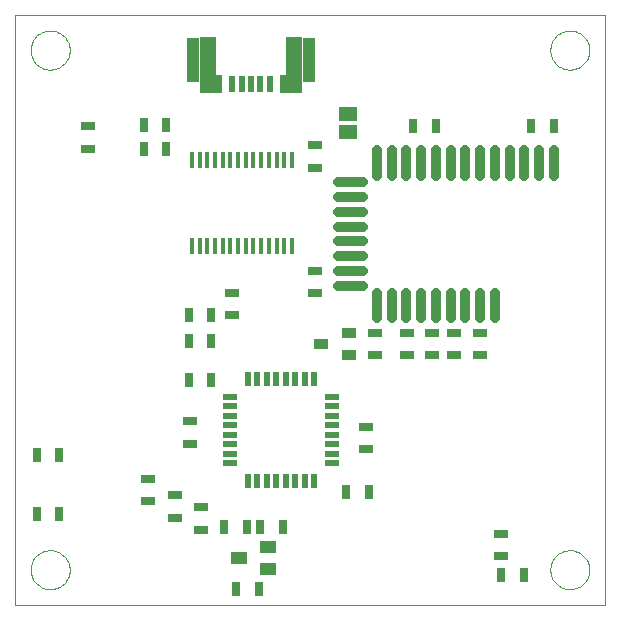
<source format=gtp>
G75*
G70*
%OFA0B0*%
%FSLAX24Y24*%
%IPPOS*%
%LPD*%
%AMOC8*
5,1,8,0,0,1.08239X$1,22.5*
%
%ADD10C,0.0000*%
%ADD11R,0.0500X0.0220*%
%ADD12R,0.0220X0.0500*%
%ADD13R,0.0276X0.0453*%
%ADD14R,0.0453X0.0276*%
%ADD15R,0.0551X0.0394*%
%ADD16C,0.0335*%
%ADD17R,0.0197X0.0551*%
%ADD18R,0.0197X0.0591*%
%ADD19R,0.0551X0.1850*%
%ADD20R,0.0433X0.1496*%
%ADD21R,0.0630X0.0460*%
%ADD22R,0.0137X0.0550*%
%ADD23R,0.0472X0.0354*%
D10*
X000350Y000677D02*
X000350Y020362D01*
X020035Y020362D01*
X020035Y000677D01*
X000350Y000677D01*
X000881Y001858D02*
X000883Y001908D01*
X000889Y001958D01*
X000899Y002008D01*
X000912Y002056D01*
X000929Y002104D01*
X000950Y002150D01*
X000974Y002194D01*
X001002Y002236D01*
X001033Y002276D01*
X001067Y002313D01*
X001104Y002348D01*
X001143Y002379D01*
X001184Y002408D01*
X001228Y002433D01*
X001274Y002455D01*
X001321Y002473D01*
X001369Y002487D01*
X001418Y002498D01*
X001468Y002505D01*
X001518Y002508D01*
X001569Y002507D01*
X001619Y002502D01*
X001669Y002493D01*
X001717Y002481D01*
X001765Y002464D01*
X001811Y002444D01*
X001856Y002421D01*
X001899Y002394D01*
X001939Y002364D01*
X001977Y002331D01*
X002012Y002295D01*
X002045Y002256D01*
X002074Y002215D01*
X002100Y002172D01*
X002123Y002127D01*
X002142Y002080D01*
X002157Y002032D01*
X002169Y001983D01*
X002177Y001933D01*
X002181Y001883D01*
X002181Y001833D01*
X002177Y001783D01*
X002169Y001733D01*
X002157Y001684D01*
X002142Y001636D01*
X002123Y001589D01*
X002100Y001544D01*
X002074Y001501D01*
X002045Y001460D01*
X002012Y001421D01*
X001977Y001385D01*
X001939Y001352D01*
X001899Y001322D01*
X001856Y001295D01*
X001811Y001272D01*
X001765Y001252D01*
X001717Y001235D01*
X001669Y001223D01*
X001619Y001214D01*
X001569Y001209D01*
X001518Y001208D01*
X001468Y001211D01*
X001418Y001218D01*
X001369Y001229D01*
X001321Y001243D01*
X001274Y001261D01*
X001228Y001283D01*
X001184Y001308D01*
X001143Y001337D01*
X001104Y001368D01*
X001067Y001403D01*
X001033Y001440D01*
X001002Y001480D01*
X000974Y001522D01*
X000950Y001566D01*
X000929Y001612D01*
X000912Y001660D01*
X000899Y001708D01*
X000889Y001758D01*
X000883Y001808D01*
X000881Y001858D01*
X000881Y019181D02*
X000883Y019231D01*
X000889Y019281D01*
X000899Y019331D01*
X000912Y019379D01*
X000929Y019427D01*
X000950Y019473D01*
X000974Y019517D01*
X001002Y019559D01*
X001033Y019599D01*
X001067Y019636D01*
X001104Y019671D01*
X001143Y019702D01*
X001184Y019731D01*
X001228Y019756D01*
X001274Y019778D01*
X001321Y019796D01*
X001369Y019810D01*
X001418Y019821D01*
X001468Y019828D01*
X001518Y019831D01*
X001569Y019830D01*
X001619Y019825D01*
X001669Y019816D01*
X001717Y019804D01*
X001765Y019787D01*
X001811Y019767D01*
X001856Y019744D01*
X001899Y019717D01*
X001939Y019687D01*
X001977Y019654D01*
X002012Y019618D01*
X002045Y019579D01*
X002074Y019538D01*
X002100Y019495D01*
X002123Y019450D01*
X002142Y019403D01*
X002157Y019355D01*
X002169Y019306D01*
X002177Y019256D01*
X002181Y019206D01*
X002181Y019156D01*
X002177Y019106D01*
X002169Y019056D01*
X002157Y019007D01*
X002142Y018959D01*
X002123Y018912D01*
X002100Y018867D01*
X002074Y018824D01*
X002045Y018783D01*
X002012Y018744D01*
X001977Y018708D01*
X001939Y018675D01*
X001899Y018645D01*
X001856Y018618D01*
X001811Y018595D01*
X001765Y018575D01*
X001717Y018558D01*
X001669Y018546D01*
X001619Y018537D01*
X001569Y018532D01*
X001518Y018531D01*
X001468Y018534D01*
X001418Y018541D01*
X001369Y018552D01*
X001321Y018566D01*
X001274Y018584D01*
X001228Y018606D01*
X001184Y018631D01*
X001143Y018660D01*
X001104Y018691D01*
X001067Y018726D01*
X001033Y018763D01*
X001002Y018803D01*
X000974Y018845D01*
X000950Y018889D01*
X000929Y018935D01*
X000912Y018983D01*
X000899Y019031D01*
X000889Y019081D01*
X000883Y019131D01*
X000881Y019181D01*
X018204Y019181D02*
X018206Y019231D01*
X018212Y019281D01*
X018222Y019331D01*
X018235Y019379D01*
X018252Y019427D01*
X018273Y019473D01*
X018297Y019517D01*
X018325Y019559D01*
X018356Y019599D01*
X018390Y019636D01*
X018427Y019671D01*
X018466Y019702D01*
X018507Y019731D01*
X018551Y019756D01*
X018597Y019778D01*
X018644Y019796D01*
X018692Y019810D01*
X018741Y019821D01*
X018791Y019828D01*
X018841Y019831D01*
X018892Y019830D01*
X018942Y019825D01*
X018992Y019816D01*
X019040Y019804D01*
X019088Y019787D01*
X019134Y019767D01*
X019179Y019744D01*
X019222Y019717D01*
X019262Y019687D01*
X019300Y019654D01*
X019335Y019618D01*
X019368Y019579D01*
X019397Y019538D01*
X019423Y019495D01*
X019446Y019450D01*
X019465Y019403D01*
X019480Y019355D01*
X019492Y019306D01*
X019500Y019256D01*
X019504Y019206D01*
X019504Y019156D01*
X019500Y019106D01*
X019492Y019056D01*
X019480Y019007D01*
X019465Y018959D01*
X019446Y018912D01*
X019423Y018867D01*
X019397Y018824D01*
X019368Y018783D01*
X019335Y018744D01*
X019300Y018708D01*
X019262Y018675D01*
X019222Y018645D01*
X019179Y018618D01*
X019134Y018595D01*
X019088Y018575D01*
X019040Y018558D01*
X018992Y018546D01*
X018942Y018537D01*
X018892Y018532D01*
X018841Y018531D01*
X018791Y018534D01*
X018741Y018541D01*
X018692Y018552D01*
X018644Y018566D01*
X018597Y018584D01*
X018551Y018606D01*
X018507Y018631D01*
X018466Y018660D01*
X018427Y018691D01*
X018390Y018726D01*
X018356Y018763D01*
X018325Y018803D01*
X018297Y018845D01*
X018273Y018889D01*
X018252Y018935D01*
X018235Y018983D01*
X018222Y019031D01*
X018212Y019081D01*
X018206Y019131D01*
X018204Y019181D01*
X018204Y001858D02*
X018206Y001908D01*
X018212Y001958D01*
X018222Y002008D01*
X018235Y002056D01*
X018252Y002104D01*
X018273Y002150D01*
X018297Y002194D01*
X018325Y002236D01*
X018356Y002276D01*
X018390Y002313D01*
X018427Y002348D01*
X018466Y002379D01*
X018507Y002408D01*
X018551Y002433D01*
X018597Y002455D01*
X018644Y002473D01*
X018692Y002487D01*
X018741Y002498D01*
X018791Y002505D01*
X018841Y002508D01*
X018892Y002507D01*
X018942Y002502D01*
X018992Y002493D01*
X019040Y002481D01*
X019088Y002464D01*
X019134Y002444D01*
X019179Y002421D01*
X019222Y002394D01*
X019262Y002364D01*
X019300Y002331D01*
X019335Y002295D01*
X019368Y002256D01*
X019397Y002215D01*
X019423Y002172D01*
X019446Y002127D01*
X019465Y002080D01*
X019480Y002032D01*
X019492Y001983D01*
X019500Y001933D01*
X019504Y001883D01*
X019504Y001833D01*
X019500Y001783D01*
X019492Y001733D01*
X019480Y001684D01*
X019465Y001636D01*
X019446Y001589D01*
X019423Y001544D01*
X019397Y001501D01*
X019368Y001460D01*
X019335Y001421D01*
X019300Y001385D01*
X019262Y001352D01*
X019222Y001322D01*
X019179Y001295D01*
X019134Y001272D01*
X019088Y001252D01*
X019040Y001235D01*
X018992Y001223D01*
X018942Y001214D01*
X018892Y001209D01*
X018841Y001208D01*
X018791Y001211D01*
X018741Y001218D01*
X018692Y001229D01*
X018644Y001243D01*
X018597Y001261D01*
X018551Y001283D01*
X018507Y001308D01*
X018466Y001337D01*
X018427Y001368D01*
X018390Y001403D01*
X018356Y001440D01*
X018325Y001480D01*
X018297Y001522D01*
X018273Y001566D01*
X018252Y001612D01*
X018235Y001660D01*
X018222Y001708D01*
X018212Y001758D01*
X018206Y001808D01*
X018204Y001858D01*
D11*
X010915Y005418D03*
X010915Y005733D03*
X010915Y006048D03*
X010915Y006363D03*
X010915Y006678D03*
X010915Y006993D03*
X010915Y007308D03*
X010915Y007623D03*
X007535Y007623D03*
X007535Y007308D03*
X007535Y006993D03*
X007535Y006678D03*
X007535Y006363D03*
X007535Y006048D03*
X007535Y005733D03*
X007535Y005418D03*
D12*
X008122Y004830D03*
X008437Y004830D03*
X008752Y004830D03*
X009067Y004830D03*
X009382Y004830D03*
X009697Y004830D03*
X010012Y004830D03*
X010327Y004830D03*
X010327Y008210D03*
X010012Y008210D03*
X009697Y008210D03*
X009382Y008210D03*
X009067Y008210D03*
X008752Y008210D03*
X008437Y008210D03*
X008122Y008210D03*
D13*
X006905Y008197D03*
X006157Y008197D03*
X006157Y009496D03*
X006905Y009496D03*
X006905Y010352D03*
X006157Y010352D03*
X001826Y005677D03*
X001078Y005677D03*
X001078Y003708D03*
X001826Y003708D03*
X007338Y003290D03*
X008086Y003290D03*
X008529Y003288D03*
X009277Y003288D03*
X008480Y001228D03*
X007732Y001228D03*
X011393Y004456D03*
X012141Y004456D03*
X016570Y001681D03*
X017319Y001681D03*
X005404Y015874D03*
X004656Y015874D03*
X004657Y016699D03*
X005405Y016699D03*
X013637Y016656D03*
X014385Y016656D03*
X017574Y016661D03*
X018322Y016661D03*
D14*
X015862Y009752D03*
X015862Y009004D03*
X014996Y009004D03*
X014996Y009752D03*
X014248Y009752D03*
X014248Y009004D03*
X013421Y009004D03*
X013421Y009752D03*
X012358Y009752D03*
X012358Y009004D03*
X010350Y011071D03*
X010350Y011819D03*
X007594Y011090D03*
X007594Y010342D03*
X006196Y006804D03*
X006196Y006056D03*
X004799Y004890D03*
X004799Y004142D03*
X005704Y004338D03*
X005704Y003590D03*
X006551Y003945D03*
X006551Y003197D03*
X012063Y005874D03*
X012063Y006622D03*
X016574Y003052D03*
X016574Y002304D03*
X010350Y015264D03*
X010350Y016012D03*
X002781Y015894D03*
X002781Y016642D03*
D15*
X008775Y002626D03*
X008775Y001878D03*
X007830Y002252D03*
D16*
X012417Y010254D02*
X012417Y010254D01*
X012417Y011100D01*
X012417Y011100D01*
X012417Y010254D01*
X012417Y010588D02*
X012417Y010588D01*
X012417Y010922D02*
X012417Y010922D01*
X012909Y010254D02*
X012909Y010254D01*
X012909Y011100D01*
X012909Y011100D01*
X012909Y010254D01*
X012909Y010588D02*
X012909Y010588D01*
X012909Y010922D02*
X012909Y010922D01*
X013401Y010254D02*
X013401Y010254D01*
X013401Y011100D01*
X013401Y011100D01*
X013401Y010254D01*
X013401Y010588D02*
X013401Y010588D01*
X013401Y010922D02*
X013401Y010922D01*
X013893Y010254D02*
X013893Y010254D01*
X013893Y011100D01*
X013893Y011100D01*
X013893Y010254D01*
X013893Y010588D02*
X013893Y010588D01*
X013893Y010922D02*
X013893Y010922D01*
X014385Y010254D02*
X014385Y010254D01*
X014385Y011100D01*
X014385Y011100D01*
X014385Y010254D01*
X014385Y010588D02*
X014385Y010588D01*
X014385Y010922D02*
X014385Y010922D01*
X014878Y010254D02*
X014878Y010254D01*
X014878Y011100D01*
X014878Y011100D01*
X014878Y010254D01*
X014878Y010588D02*
X014878Y010588D01*
X014878Y010922D02*
X014878Y010922D01*
X015370Y010254D02*
X015370Y010254D01*
X015370Y011100D01*
X015370Y011100D01*
X015370Y010254D01*
X015370Y010588D02*
X015370Y010588D01*
X015370Y010922D02*
X015370Y010922D01*
X015862Y010254D02*
X015862Y010254D01*
X015862Y011100D01*
X015862Y011100D01*
X015862Y010254D01*
X015862Y010588D02*
X015862Y010588D01*
X015862Y010922D02*
X015862Y010922D01*
X016354Y010254D02*
X016354Y010254D01*
X016354Y011100D01*
X016354Y011100D01*
X016354Y010254D01*
X016354Y010588D02*
X016354Y010588D01*
X016354Y010922D02*
X016354Y010922D01*
X016354Y014998D02*
X016354Y014998D01*
X016354Y015844D01*
X016354Y015844D01*
X016354Y014998D01*
X016354Y015332D02*
X016354Y015332D01*
X016354Y015666D02*
X016354Y015666D01*
X016846Y014998D02*
X016846Y014998D01*
X016846Y015844D01*
X016846Y015844D01*
X016846Y014998D01*
X016846Y015332D02*
X016846Y015332D01*
X016846Y015666D02*
X016846Y015666D01*
X017338Y014998D02*
X017338Y014998D01*
X017338Y015844D01*
X017338Y015844D01*
X017338Y014998D01*
X017338Y015332D02*
X017338Y015332D01*
X017338Y015666D02*
X017338Y015666D01*
X017830Y014998D02*
X017830Y014998D01*
X017830Y015844D01*
X017830Y015844D01*
X017830Y014998D01*
X017830Y015332D02*
X017830Y015332D01*
X017830Y015666D02*
X017830Y015666D01*
X018322Y014998D02*
X018322Y014998D01*
X018322Y015844D01*
X018322Y015844D01*
X018322Y014998D01*
X018322Y015332D02*
X018322Y015332D01*
X018322Y015666D02*
X018322Y015666D01*
X015862Y014998D02*
X015862Y014998D01*
X015862Y015844D01*
X015862Y015844D01*
X015862Y014998D01*
X015862Y015332D02*
X015862Y015332D01*
X015862Y015666D02*
X015862Y015666D01*
X015370Y014998D02*
X015370Y014998D01*
X015370Y015844D01*
X015370Y015844D01*
X015370Y014998D01*
X015370Y015332D02*
X015370Y015332D01*
X015370Y015666D02*
X015370Y015666D01*
X014878Y014998D02*
X014878Y014998D01*
X014878Y015844D01*
X014878Y015844D01*
X014878Y014998D01*
X014878Y015332D02*
X014878Y015332D01*
X014878Y015666D02*
X014878Y015666D01*
X014385Y014998D02*
X014385Y014998D01*
X014385Y015844D01*
X014385Y015844D01*
X014385Y014998D01*
X014385Y015332D02*
X014385Y015332D01*
X014385Y015666D02*
X014385Y015666D01*
X013893Y014998D02*
X013893Y014998D01*
X013893Y015844D01*
X013893Y015844D01*
X013893Y014998D01*
X013893Y015332D02*
X013893Y015332D01*
X013893Y015666D02*
X013893Y015666D01*
X013401Y014998D02*
X013401Y014998D01*
X013401Y015844D01*
X013401Y015844D01*
X013401Y014998D01*
X013401Y015332D02*
X013401Y015332D01*
X013401Y015666D02*
X013401Y015666D01*
X012909Y014998D02*
X012909Y014998D01*
X012909Y015844D01*
X012909Y015844D01*
X012909Y014998D01*
X012909Y015332D02*
X012909Y015332D01*
X012909Y015666D02*
X012909Y015666D01*
X012417Y014998D02*
X012417Y014998D01*
X012417Y015844D01*
X012417Y015844D01*
X012417Y014998D01*
X012417Y015332D02*
X012417Y015332D01*
X012417Y015666D02*
X012417Y015666D01*
X011974Y014771D02*
X011974Y014771D01*
X011128Y014771D01*
X011128Y014771D01*
X011974Y014771D01*
X011974Y014279D02*
X011974Y014279D01*
X011128Y014279D01*
X011128Y014279D01*
X011974Y014279D01*
X011974Y013787D02*
X011974Y013787D01*
X011128Y013787D01*
X011128Y013787D01*
X011974Y013787D01*
X011974Y013295D02*
X011974Y013295D01*
X011128Y013295D01*
X011128Y013295D01*
X011974Y013295D01*
X011974Y012803D02*
X011974Y012803D01*
X011128Y012803D01*
X011128Y012803D01*
X011974Y012803D01*
X011974Y012311D02*
X011974Y012311D01*
X011128Y012311D01*
X011128Y012311D01*
X011974Y012311D01*
X011974Y011819D02*
X011974Y011819D01*
X011128Y011819D01*
X011128Y011819D01*
X011974Y011819D01*
X011974Y011327D02*
X011974Y011327D01*
X011128Y011327D01*
X011128Y011327D01*
X011974Y011327D01*
D17*
X008854Y018039D03*
X008539Y018039D03*
X008224Y018039D03*
X007909Y018039D03*
X007594Y018039D03*
D18*
X007163Y018059D03*
X009288Y018058D03*
D19*
X009661Y018688D03*
X006790Y018689D03*
D20*
X006298Y018866D03*
X010153Y018865D03*
D21*
X011449Y017045D03*
X011449Y016445D03*
D22*
X009587Y015519D03*
X009331Y015519D03*
X009075Y015519D03*
X008819Y015519D03*
X008563Y015519D03*
X008307Y015519D03*
X008051Y015519D03*
X007795Y015519D03*
X007539Y015519D03*
X007283Y015519D03*
X007028Y015519D03*
X006772Y015519D03*
X006516Y015519D03*
X006260Y015519D03*
X006260Y012641D03*
X006516Y012641D03*
X006772Y012641D03*
X007028Y012641D03*
X007283Y012641D03*
X007539Y012641D03*
X007795Y012641D03*
X008051Y012641D03*
X008307Y012641D03*
X008563Y012641D03*
X008819Y012641D03*
X009075Y012641D03*
X009331Y012641D03*
X009587Y012641D03*
D23*
X011492Y009752D03*
X011492Y009004D03*
X010547Y009378D03*
M02*

</source>
